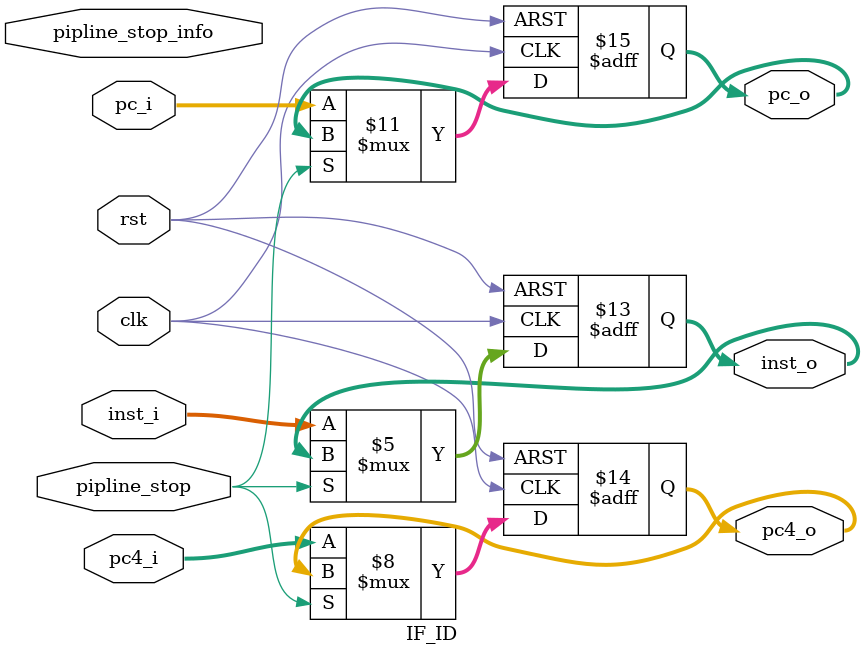
<source format=v>
`timescale 1ns / 1ps

`include "defines.vh"
module IF_ID(
    input wire clk,
    input wire rst,
    input wire[31:0] inst_i,
    input wire[31:0] pc_i,
    input wire[31:0] pc4_i,
    input wire[3:0] pipline_stop_info,
    input wire pipline_stop,
    output reg[31:0] inst_o,
    output reg[31:0] pc_o,
    output reg[31:0] pc4_o
);
  

    


    always @(posedge clk or posedge rst) begin
        if(rst) pc_o <= 32'h0000_0000;
        else if(pipline_stop) pc_o <= pc_o;
        else    pc_o <= pc_i;
    end

    always @(posedge clk or posedge rst) begin
        if(rst) pc4_o <= 32'h0000_0000;
        else if(pipline_stop) pc4_o <= pc4_o;
        else    pc4_o <= pc4_i;
    end

    always @(posedge clk or posedge rst) begin
        if(rst) inst_o <= 32'h0000_0000;
        else if(pipline_stop) inst_o <= inst_o;
        else    inst_o <= inst_i;
    end


endmodule
</source>
